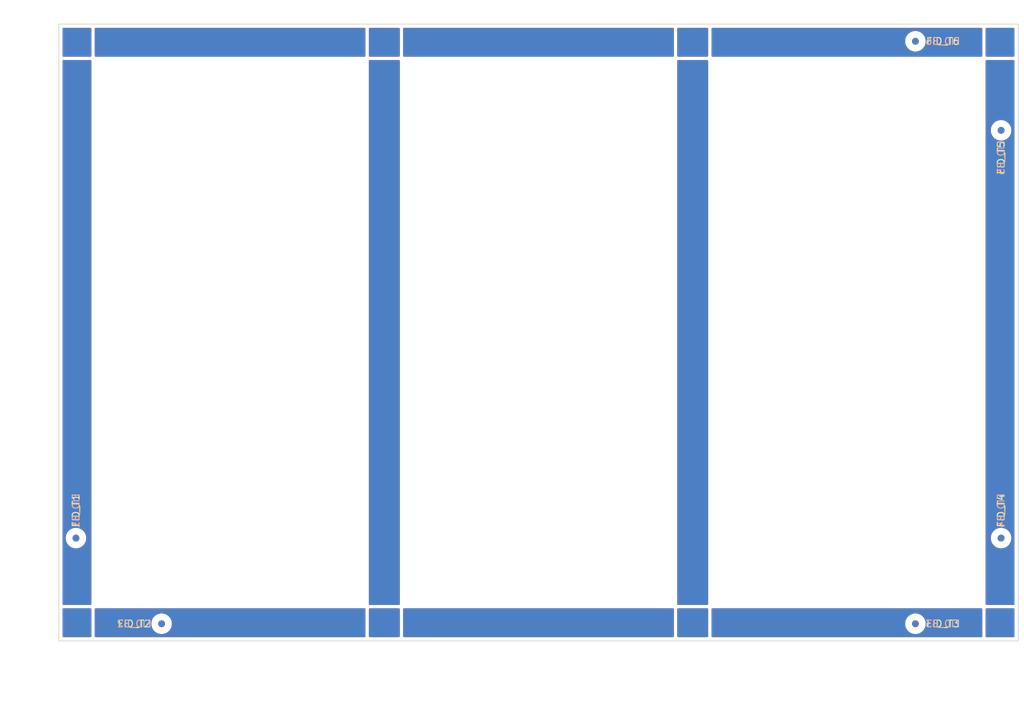
<source format=kicad_pcb>
(kicad_pcb (version 20211014) (generator pcbnew)
  (layers (0 "F.Cu" signal) (31 "B.Cu" signal) (34 "B.Paste" user) (35 "F.Paste" user) (36 "B.SilkS" user "B.Silkscreen") (37 "F.SilkS" user "F.Silkscreen") (38 "B.Mask" user) (39 "F.Mask" user) (44 "Edge.Cuts" user))
  (net 0 "")
  (footprint "_obudowy:Fiducial_1.00mm" (layer "F.Cu") (at 10 2.5)
    (fp_text reference "FID_T2" (at -4 0) (layer "F.SilkS"))
    (fp_text value "_FIDUCIAL" hide)
    (pad "0" smd circle locked (at 0 0) (size 1 1) (layers "F.Cu" "F.Mask") (clearance 1))
  )
  (footprint "_obudowy:Fiducial_1.00mm" (layer "F.Cu") (at 120 2.5 180)
    (fp_text reference "FID_T3" (at -4 0) (layer "F.SilkS"))
    (fp_text value "_FIDUCIAL" hide)
    (pad "0" smd circle locked (at 0 0 180) (size 1 1) (layers "F.Cu" "F.Mask") (clearance 1))
  )
  (footprint "_obudowy:Fiducial_1.00mm" (layer "F.Cu") (at 120 -82.5 180)
    (fp_text reference "FID_T6" (at -4 0) (layer "F.SilkS"))
    (fp_text value "_FIDUCIAL" hide)
    (pad "0" smd circle locked (at 0 0 180) (size 1 1) (layers "F.Cu" "F.Mask") (clearance 1))
  )
  (footprint "_obudowy:Fiducial_1.00mm" (layer "F.Cu") (at 132.5 -69.5 90)
    (fp_text reference "FID_T5" (at -4 0 90) (layer "F.SilkS"))
    (fp_text value "_FIDUCIAL" hide)
    (pad "0" smd circle locked (at 0 0 90) (size 1 1) (layers "F.Cu" "F.Mask") (clearance 1))
  )
  (footprint "_obudowy:Fiducial_1.00mm" (layer "F.Cu") (at 132.5 -10 -90)
    (fp_text reference "FID_T4" (at -4 0 90) (layer "F.SilkS"))
    (fp_text value "_FIDUCIAL" hide)
    (pad "0" smd circle locked (at 0 0 270) (size 1 1) (layers "F.Cu" "F.Mask") (clearance 1))
  )
  (footprint "_obudowy:Fiducial_1.00mm" (layer "F.Cu") (at -2.5 -10 -90)
    (fp_text reference "FID_T1" (at -4 0 90) (layer "F.SilkS"))
    (fp_text value "_FIDUCIAL" hide)
    (pad "0" smd circle locked (at 0 0 270) (size 1 1) (layers "F.Cu" "F.Mask") (clearance 1))
  )
  (footprint "_obudowy:Fiducial_1.00mm" (layer "B.Cu") (at 10 2.5)
    (fp_text reference "FID_B2" (at -4 0) (layer "B.SilkS") (effects (justify mirror)))
    (fp_text value "_FIDUCIAL" hide)
    (pad "0" smd circle locked (at 0 0) (size 1 1) (layers "B.Cu" "B.Mask") (clearance 1))
  )
  (footprint "_obudowy:Fiducial_1.00mm" (layer "B.Cu") (at 120 2.5 180)
    (fp_text reference "FID_B3" (at -4 0) (layer "B.SilkS") (effects (justify mirror)))
    (fp_text value "_FIDUCIAL" hide)
    (pad "0" smd circle locked (at 0 0 180) (size 1 1) (layers "B.Cu" "B.Mask") (clearance 1))
  )
  (footprint "_obudowy:Fiducial_1.00mm" (layer "B.Cu") (at 120 -82.5 180)
    (fp_text reference "FID_B6" (at -4 0) (layer "B.SilkS") (effects (justify mirror)))
    (fp_text value "_FIDUCIAL" hide)
    (pad "0" smd circle locked (at 0 0 180) (size 1 1) (layers "B.Cu" "B.Mask") (clearance 1))
  )
  (footprint "_obudowy:Fiducial_1.00mm" (layer "B.Cu") (at 132.5 -69.5 90)
    (fp_text reference "FID_B5" (at -4 0 90) (layer "B.SilkS") (effects (justify mirror)))
    (fp_text value "_FIDUCIAL" hide)
    (pad "0" smd circle locked (at 0 0 90) (size 1 1) (layers "B.Cu" "B.Mask") (clearance 1))
  )
  (footprint "_obudowy:Fiducial_1.00mm" (layer "B.Cu") (at 132.5 -10 -90)
    (fp_text reference "FID_B4" (at -4 0 90) (layer "B.SilkS") (effects (justify mirror)))
    (fp_text value "_FIDUCIAL" hide)
    (pad "0" smd circle locked (at 0 0 270) (size 1 1) (layers "B.Cu" "B.Mask") (clearance 1))
  )
  (footprint "_obudowy:Fiducial_1.00mm" (layer "B.Cu") (at -2.5 -10 -90)
    (fp_text reference "FID_B1" (at -4 0 90) (layer "B.SilkS") (effects (justify mirror)))
    (fp_text value "_FIDUCIAL" hide)
    (pad "0" smd circle locked (at 0 0 270) (size 1 1) (layers "B.Cu" "B.Mask") (clearance 1))
  )
  (gr_line (start 135 -85) (end 135 5) (layer "Edge.Cuts") (width 0.1))
  (gr_line (start -5 5) (end -5 -85) (layer "Edge.Cuts") (width 0.1))
  (gr_line (start -5 -85) (end 135 -85) (layer "Edge.Cuts") (width 0.1))
  (gr_line (start -5 5) (end 135 5) (layer "Edge.Cuts") (width 0.1))
  (gr_text "ESP OptoProg HV2 220111" (at 20 -82.5) (layer "F.Cu") (effects (font (size 1.5 1.5) (thickness 0.3))))
  (zone (net 0) (net_name "") (layer "F.Cu") (connect_pads (clearance 0.499)) (min_thickness 0.249) (fill yes (thermal_gap 0.499) (thermal_bridge_width 0.499))
    (polygon (pts (xy 44.75 -80.25) (xy 40.25 -80.25) (xy 40.25 -84.75) (xy 44.75 -84.75)))
  )
  (zone (net 0) (net_name "") (layer "F.Cu") (connect_pads (clearance 0.499)) (min_thickness 0.249) (fill yes (thermal_gap 0.499) (thermal_bridge_width 0.499))
    (polygon (pts (xy 89.75 -80.25) (xy 85.25 -80.25) (xy 85.25 -84.75) (xy 89.75 -84.75)))
  )
  (zone (net 0) (net_name "") (layer "F.Cu") (connect_pads (clearance 0.499)) (min_thickness 0.249) (fill yes (thermal_gap 0.499) (thermal_bridge_width 0.499))
    (polygon (pts (xy 134.75 -80.25) (xy 130.25 -80.25) (xy 130.25 -84.75) (xy 134.75 -84.75)))
  )
  (zone (net 0) (net_name "") (layer "F.Cu") (connect_pads (clearance 0.499)) (min_thickness 0.249) (fill yes (thermal_gap 0.499) (thermal_bridge_width 0.499))
    (polygon (pts (xy 134.75 4.75) (xy 130.25 4.75) (xy 130.25 0.25) (xy 134.75 0.25)))
  )
  (zone (net 0) (net_name "") (layer "F.Cu") (connect_pads (clearance 0.499)) (min_thickness 0.249) (fill yes (thermal_gap 0.499) (thermal_bridge_width 0.499))
    (polygon (pts (xy 89.75 4.75) (xy 85.25 4.75) (xy 85.25 0.25) (xy 89.75 0.25)))
  )
  (zone (net 0) (net_name "") (layer "F.Cu") (connect_pads (clearance 0.499)) (min_thickness 0.249) (fill yes (thermal_gap 0.499) (thermal_bridge_width 0.499))
    (polygon (pts (xy 44.75 4.75) (xy 40.25 4.75) (xy 40.25 0.25) (xy 44.75 0.25)))
  )
  (zone (net 0) (net_name "") (layer "F.Cu") (connect_pads (clearance 0.499)) (min_thickness 0.249) (fill yes (thermal_gap 0.499) (thermal_bridge_width 0.499))
    (polygon (pts (xy -0.25 4.75) (xy -4.75 4.75) (xy -4.75 0.25) (xy -0.25 0.25)))
  )
  (zone (net 0) (net_name "") (layer "F.Cu") (connect_pads (clearance 0.499)) (min_thickness 0.249) (fill yes (thermal_gap 0.499) (thermal_bridge_width 0.499))
    (polygon (pts (xy -0.25 -0.25) (xy -4.75 -0.25) (xy -4.75 -79.75) (xy -0.25 -79.75)))
  )
  (zone (net 0) (net_name "") (layer "F.Cu") (connect_pads (clearance 0.499)) (min_thickness 0.249) (fill yes (thermal_gap 0.499) (thermal_bridge_width 0.499))
    (polygon (pts (xy 44.75 -0.25) (xy 40.25 -0.25) (xy 40.25 -79.75) (xy 44.75 -79.75)))
  )
  (zone (net 0) (net_name "") (layer "F.Cu") (connect_pads (clearance 0.499)) (min_thickness 0.249) (fill yes (thermal_gap 0.499) (thermal_bridge_width 0.499))
    (polygon (pts (xy 89.75 -0.25) (xy 85.25 -0.25) (xy 85.25 -79.75) (xy 89.75 -79.75)))
  )
  (zone (net 0) (net_name "") (layer "F.Cu") (connect_pads (clearance 0.499)) (min_thickness 0.249) (fill yes (thermal_gap 0.499) (thermal_bridge_width 0.499))
    (polygon (pts (xy 134.75 -0.25) (xy 130.25 -0.25) (xy 130.25 -79.75) (xy 134.75 -79.75)))
  )
  (zone (net 0) (net_name "") (layer "F.Cu") (connect_pads (clearance 0.499)) (min_thickness 0.249) (fill yes (thermal_gap 0.499) (thermal_bridge_width 0.499))
    (polygon (pts (xy 39.75 -80.25) (xy 0.25 -80.25) (xy 0.25 -84.75) (xy 39.75 -84.75)))
  )
  (zone (net 0) (net_name "") (layer "F.Cu") (connect_pads (clearance 0.499)) (min_thickness 0.249) (fill yes (thermal_gap 0.499) (thermal_bridge_width 0.499))
    (polygon (pts (xy 84.75 -80.25) (xy 45.25 -80.25) (xy 45.25 -84.75) (xy 84.75 -84.75)))
  )
  (zone (net 0) (net_name "") (layer "F.Cu") (connect_pads (clearance 0.499)) (min_thickness 0.249) (fill yes (thermal_gap 0.499) (thermal_bridge_width 0.499))
    (polygon (pts (xy 129.75 -80.25) (xy 90.25 -80.25) (xy 90.25 -84.75) (xy 129.75 -84.75)))
  )
  (zone (net 0) (net_name "") (layer "F.Cu") (connect_pads (clearance 0.499)) (min_thickness 0.249) (fill yes (thermal_gap 0.499) (thermal_bridge_width 0.499))
    (polygon (pts (xy 39.75 4.75) (xy 0.25 4.75) (xy 0.25 0.25) (xy 39.75 0.25)))
  )
  (zone (net 0) (net_name "") (layer "F.Cu") (connect_pads (clearance 0.499)) (min_thickness 0.249) (fill yes (thermal_gap 0.499) (thermal_bridge_width 0.499))
    (polygon (pts (xy 84.75 4.75) (xy 45.25 4.75) (xy 45.25 0.25) (xy 84.75 0.25)))
  )
  (zone (net 0) (net_name "") (layer "F.Cu") (connect_pads (clearance 0.499)) (min_thickness 0.249) (fill yes (thermal_gap 0.499) (thermal_bridge_width 0.499))
    (polygon (pts (xy 129.75 4.75) (xy 90.25 4.75) (xy 90.25 0.25) (xy 129.75 0.25)))
  )
  (zone (net 0) (net_name "") (layer "F.Cu") (connect_pads (clearance 0.499)) (min_thickness 0.249) (fill yes (thermal_gap 0.499) (thermal_bridge_width 0.499))
    (polygon (pts (xy -0.25 -80.25) (xy -4.75 -80.25) (xy -4.75 -84.75) (xy -0.25 -84.75)))
  )
  (zone (net 0) (net_name "") (layer "B.Cu") (connect_pads (clearance 0.499)) (min_thickness 0.249) (fill yes (thermal_gap 0.499) (thermal_bridge_width 0.499))
    (polygon (pts (xy -0.25 -80.25) (xy -4.75 -80.25) (xy -4.75 -84.75) (xy -0.25 -84.75)))
  )
  (zone (net 0) (net_name "") (layer "B.Cu") (connect_pads (clearance 0.499)) (min_thickness 0.249) (fill yes (thermal_gap 0.499) (thermal_bridge_width 0.499))
    (polygon (pts (xy 44.75 -80.25) (xy 40.25 -80.25) (xy 40.25 -84.75) (xy 44.75 -84.75)))
  )
  (zone (net 0) (net_name "") (layer "B.Cu") (connect_pads (clearance 0.499)) (min_thickness 0.249) (fill yes (thermal_gap 0.499) (thermal_bridge_width 0.499))
    (polygon (pts (xy 89.75 -80.25) (xy 85.25 -80.25) (xy 85.25 -84.75) (xy 89.75 -84.75)))
  )
  (zone (net 0) (net_name "") (layer "B.Cu") (connect_pads (clearance 0.499)) (min_thickness 0.249) (fill yes (thermal_gap 0.499) (thermal_bridge_width 0.499))
    (polygon (pts (xy 134.75 -80.25) (xy 130.25 -80.25) (xy 130.25 -84.75) (xy 134.75 -84.75)))
  )
  (zone (net 0) (net_name "") (layer "B.Cu") (connect_pads (clearance 0.499)) (min_thickness 0.249) (fill yes (thermal_gap 0.499) (thermal_bridge_width 0.499))
    (polygon (pts (xy 134.75 4.75) (xy 130.25 4.75) (xy 130.25 0.25) (xy 134.75 0.25)))
  )
  (zone (net 0) (net_name "") (layer "B.Cu") (connect_pads (clearance 0.499)) (min_thickness 0.249) (fill yes (thermal_gap 0.499) (thermal_bridge_width 0.499))
    (polygon (pts (xy 89.75 4.75) (xy 85.25 4.75) (xy 85.25 0.25) (xy 89.75 0.25)))
  )
  (zone (net 0) (net_name "") (layer "B.Cu") (connect_pads (clearance 0.499)) (min_thickness 0.249) (fill yes (thermal_gap 0.499) (thermal_bridge_width 0.499))
    (polygon (pts (xy 44.75 4.75) (xy 40.25 4.75) (xy 40.25 0.25) (xy 44.75 0.25)))
  )
  (zone (net 0) (net_name "") (layer "B.Cu") (connect_pads (clearance 0.499)) (min_thickness 0.249) (fill yes (thermal_gap 0.499) (thermal_bridge_width 0.499))
    (polygon (pts (xy -0.25 4.75) (xy -4.75 4.75) (xy -4.75 0.25) (xy -0.25 0.25)))
  )
  (zone (net 0) (net_name "") (layer "B.Cu") (connect_pads (clearance 0.499)) (min_thickness 0.249) (fill yes (thermal_gap 0.499) (thermal_bridge_width 0.499))
    (polygon (pts (xy -0.25 -0.25) (xy -4.75 -0.25) (xy -4.75 -79.75) (xy -0.25 -79.75)))
  )
  (zone (net 0) (net_name "") (layer "B.Cu") (connect_pads (clearance 0.499)) (min_thickness 0.249) (fill yes (thermal_gap 0.499) (thermal_bridge_width 0.499))
    (polygon (pts (xy 44.75 -0.25) (xy 40.25 -0.25) (xy 40.25 -79.75) (xy 44.75 -79.75)))
  )
  (zone (net 0) (net_name "") (layer "B.Cu") (connect_pads (clearance 0.499)) (min_thickness 0.249) (fill yes (thermal_gap 0.499) (thermal_bridge_width 0.499))
    (polygon (pts (xy 89.75 -0.25) (xy 85.25 -0.25) (xy 85.25 -79.75) (xy 89.75 -79.75)))
  )
  (zone (net 0) (net_name "") (layer "B.Cu") (connect_pads (clearance 0.499)) (min_thickness 0.249) (fill yes (thermal_gap 0.499) (thermal_bridge_width 0.499))
    (polygon (pts (xy 134.75 -0.25) (xy 130.25 -0.25) (xy 130.25 -79.75) (xy 134.75 -79.75)))
  )
  (zone (net 0) (net_name "") (layer "B.Cu") (connect_pads (clearance 0.499)) (min_thickness 0.249) (fill yes (thermal_gap 0.499) (thermal_bridge_width 0.499))
    (polygon (pts (xy 39.75 -80.25) (xy 0.25 -80.25) (xy 0.25 -84.75) (xy 39.75 -84.75)))
  )
  (zone (net 0) (net_name "") (layer "B.Cu") (connect_pads (clearance 0.499)) (min_thickness 0.249) (fill yes (thermal_gap 0.499) (thermal_bridge_width 0.499))
    (polygon (pts (xy 84.75 -80.25) (xy 45.25 -80.25) (xy 45.25 -84.75) (xy 84.75 -84.75)))
  )
  (zone (net 0) (net_name "") (layer "B.Cu") (connect_pads (clearance 0.499)) (min_thickness 0.249) (fill yes (thermal_gap 0.499) (thermal_bridge_width 0.499))
    (polygon (pts (xy 129.75 -80.25) (xy 90.25 -80.25) (xy 90.25 -84.75) (xy 129.75 -84.75)))
  )
  (zone (net 0) (net_name "") (layer "B.Cu") (connect_pads (clearance 0.499)) (min_thickness 0.249) (fill yes (thermal_gap 0.499) (thermal_bridge_width 0.499))
    (polygon (pts (xy 39.75 4.75) (xy 0.25 4.75) (xy 0.25 0.25) (xy 39.75 0.25)))
  )
  (zone (net 0) (net_name "") (layer "B.Cu") (connect_pads (clearance 0.499)) (min_thickness 0.249) (fill yes (thermal_gap 0.499) (thermal_bridge_width 0.499))
    (polygon (pts (xy 84.75 4.75) (xy 45.25 4.75) (xy 45.25 0.25) (xy 84.75 0.25)))
  )
  (zone (net 0) (net_name "") (layer "B.Cu") (connect_pads (clearance 0.499)) (min_thickness 0.249) (fill yes (thermal_gap 0.499) (thermal_bridge_width 0.499))
    (polygon (pts (xy 129.75 4.75) (xy 90.25 4.75) (xy 90.25 0.25) (xy 129.75 0.25)))
  )
)
</source>
